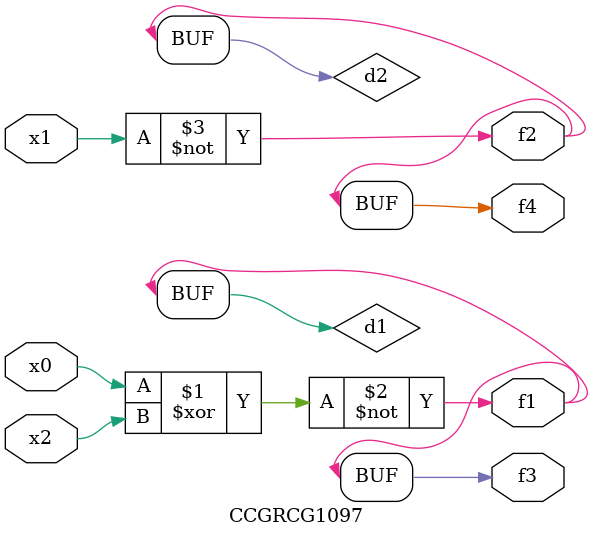
<source format=v>
module CCGRCG1097(
	input x0, x1, x2,
	output f1, f2, f3, f4
);

	wire d1, d2, d3;

	xnor (d1, x0, x2);
	nand (d2, x1);
	nor (d3, x1, x2);
	assign f1 = d1;
	assign f2 = d2;
	assign f3 = d1;
	assign f4 = d2;
endmodule

</source>
